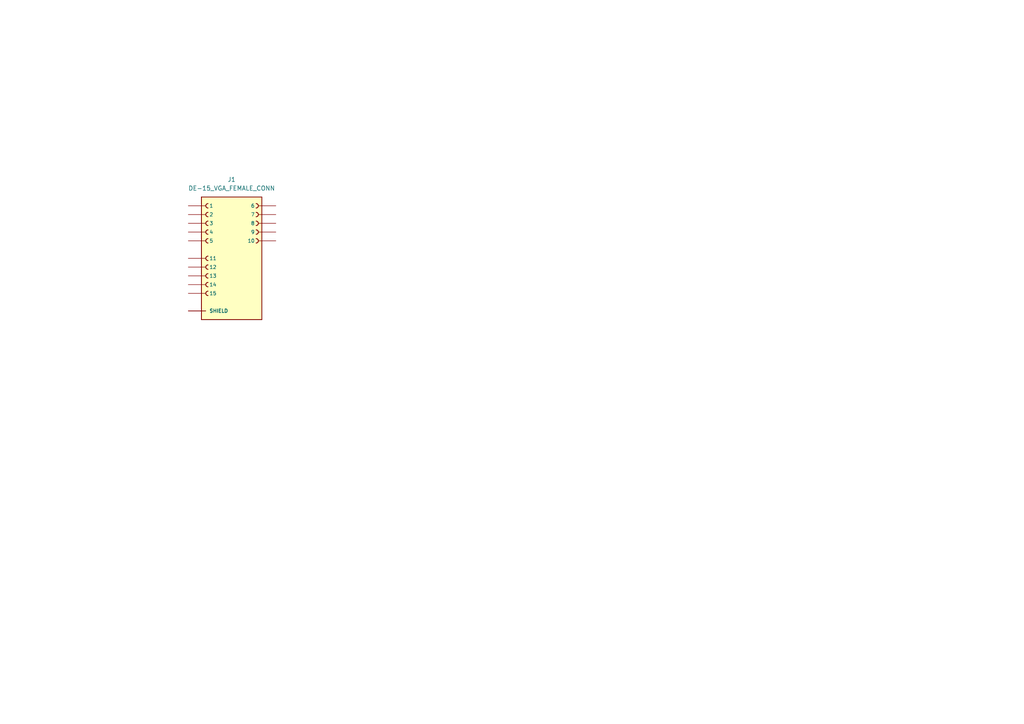
<source format=kicad_sch>
(kicad_sch (version 20250114) (generator "eeschema") (generator_version "9.0")
  (paper "A4")
  (title_block (title "Dish Interface Board") (date "2025-04-18") (rev "1.0") (company "JRDish"))
  (lib_symbols
    (symbol "Dish:DE-15_VGA_FEMALE_CONN" (pin_numbers (hide yes)) (pin_names (offset 1.016))
      (property "Reference" "J" (at -7.62 18.542 0))
      (property "Value" "DE-15_VGA_FEMALE_CONN" (at -7.62 -20.32 0))
      (symbol "DE-15_VGA_FEMALE_CONN_0_0"
        (rectangle (start -8.89 -17.78) (end 8.636 17.78) (stroke (width 0.254)) (fill (type background)))
        (arc (start -6.985 14.605) (mid -7.6172 15.24) (end -6.985 15.875) (stroke (width 0.254)))
        (arc (start -6.985 12.065) (mid -7.6172 12.7) (end -6.985 13.335) (stroke (width 0.254)))
        (arc (start -6.985 9.525) (mid -7.6172 10.16) (end -6.985 10.795) (stroke (width 0.254)))
        (arc (start -6.985 6.985) (mid -7.6172 7.62) (end -6.985 8.255) (stroke (width 0.254)))
        (arc (start -6.985 4.445) (mid -7.6172 5.08) (end -6.985 5.715) (stroke (width 0.254)))
        (arc (start -6.985 -0.635) (mid -7.6172 0) (end -6.985 0.635) (stroke (width 0.254)))
        (arc (start -6.985 -3.175) (mid -7.6172 -2.54) (end -6.985 -1.905) (stroke (width 0.254)))
        (arc (start -6.985 -5.715) (mid -7.6172 -5.08) (end -6.985 -4.445) (stroke (width 0.254)))
        (arc (start -6.985 -8.255) (mid -7.6172 -7.62) (end -6.985 -6.985) (stroke (width 0.254)))
        (arc (start -6.985 -10.795) (mid -7.6172 -10.16) (end -6.985 -9.525) (stroke (width 0.254)))
        (arc (start 6.985 15.875) (mid 7.6172 15.24) (end 6.985 14.605) (stroke (width 0.254)))
        (arc (start 6.985 13.335) (mid 7.6172 12.7) (end 6.985 12.065) (stroke (width 0.254)))
        (arc (start 6.985 10.795) (mid 7.6172 10.16) (end 6.985 9.525) (stroke (width 0.254)))
        (arc (start 6.985 8.255) (mid 7.6172 7.62) (end 6.985 6.985) (stroke (width 0.254)))
        (arc (start 6.985 5.715) (mid 7.6172 5.08) (end 6.985 4.445) (stroke (width 0.254)))
        (pin passive line (at -12.7 15.24 0) (length 5.08) (name "1") (number "1"))
        (pin passive line (at -12.7 12.7 0) (length 5.08) (name "2") (number "2"))
        (pin passive line (at -12.7 10.16 0) (length 5.08) (name "3") (number "3"))
        (pin passive line (at -12.7 7.62 0) (length 5.08) (name "4") (number "4"))
        (pin passive line (at -12.7 5.08 0) (length 5.08) (name "5") (number "5"))
        (pin passive line (at -12.7 0 0) (length 5.08) (name "11") (number "11"))
        (pin passive line (at -12.7 -2.54 0) (length 5.08) (name "12") (number "12"))
        (pin passive line (at -12.7 -5.08 0) (length 5.08) (name "13") (number "13"))
        (pin passive line (at -12.7 -7.62 0) (length 5.08) (name "14") (number "14"))
        (pin passive line (at -12.7 -10.16 0) (length 5.08) (name "15") (number "15"))
        (pin passive line (at -12.7 -15.24 0) (length 5.08) (name "SHIELD") (number "SH1"))
        (pin passive line (at -12.7 -15.24 0) (length 5.08) (name "SHIELD") (number "SH2"))
        (pin passive line (at 12.7 15.24 180) (length 5.08) (name "6") (number "6"))
        (pin passive line (at 12.7 12.7 180) (length 5.08) (name "7") (number "7"))
        (pin passive line (at 12.7 10.16 180) (length 5.08) (name "8") (number "8"))
        (pin passive line (at 12.7 7.62 180) (length 5.08) (name "9") (number "9"))
        (pin passive line (at 12.7 5.08 180) (length 5.08) (name "10") (number "10"))
      )
    )
  )
  (symbol (lib_id "Dish:DE-15_VGA_FEMALE_CONN") (at 67.31 74.93 0) (unit 1)
    (property "Reference" "J1" (at 67.183 52.07 0))
    (property "Value" "DE-15_VGA_FEMALE_CONN" (at 67.183 54.61 0))
    (property "Footprint" "DishFootprints:DE15_VGA_FEMALE_CONN" (effects (hide yes)))
    (property "Datasheet" "https://cdn.amphenol-cs.com/media/wysiwyg/files/drawing/l77hde15sd1ch4fvga.pdf" (effects (hide yes)))
    (property "Description" "15 Position D-Sub, High Density Receptacle, Female Sockets Connector" (effects (hide yes)))
    (property "DigiKey_Part_Number" "L77HDE15SD1CH4FVGA-ND" (effects (hide yes)))
    (property "SnapEDA_Link" "https://www.snapeda.com/parts/L77HDE15SD1CH4FVGA/Amphenol/view-part/?ref=snap" (effects (hide yes)))
    (property "MAXIMUM_PACKAGE_HEIGHT" "12.55mm" (effects (hide yes)))
    (property "Package" "None" (effects (hide yes)))
    (property "Check_prices" "https://www.snapeda.com/parts/L77HDE15SD1CH4FVGA/Amphenol/view-part/?ref=eda" (effects (hide yes)))
    (property "STANDARD" "Manufacturer Recommendations" (effects (hide yes)))
    (property "PARTREV" "1" (effects (hide yes)))
    (property "MF" "Amphenol Commercial" (effects (hide yes)))
    (property "MP" "L77HDE15SD1CH4FVGA" (effects (hide yes)))
    (property "Description_1" "Dsub, Stamped Signal 3A, High Density, Right Angle PCB Thru Hole, FP=8.89mm (0.35μin), 15 Socket, Bright Tin Shell, Flash Gold, 4-40 Removable Front Screwlock, Ground Tab with Boardlock, VGA" (effects (hide yes)))
    (property "MANUFACTURER" "Amphenol" (effects (hide yes)))
    (property "MPN" "L77HDE15SD1CH4FVGA" (effects (hide yes)))
    (property "DIS" "Digikey" (effects (hide yes)))
    (property "DPN" "L77HDE15SD1CH4FVGA-ND" (effects (hide yes)))
    (property "Purchase_URL" "https://www.digikey.com/en/products/detail/amphenol-icc-commercial-products/L77HDE15SD1CH4FVGA/4888525" (effects (hide yes)))
    (property "Price" "1.38" (effects (hide yes)))
    (property "Note" "Use the SnapMagic symbol" (effects (hide yes)))
    (property "FILES" "https://www.digikey.com/en/models/4888525 " (effects (hide yes)))
  )
)
</source>
